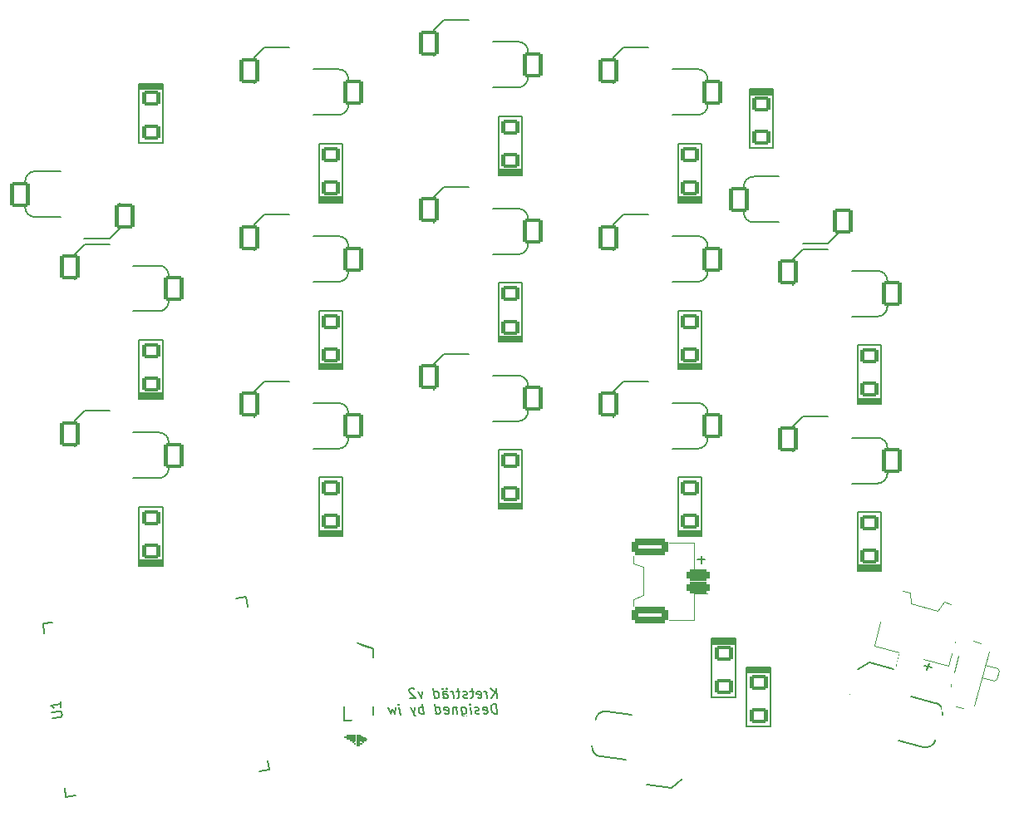
<source format=gbo>
G04 #@! TF.GenerationSoftware,KiCad,Pcbnew,8.0.0*
G04 #@! TF.CreationDate,2024-03-03T16:28:34+08:00*
G04 #@! TF.ProjectId,Kretstr_d_v2,4b726574-7374-472e-9464-5f76322e6b69,rev?*
G04 #@! TF.SameCoordinates,Original*
G04 #@! TF.FileFunction,Legend,Bot*
G04 #@! TF.FilePolarity,Positive*
%FSLAX46Y46*%
G04 Gerber Fmt 4.6, Leading zero omitted, Abs format (unit mm)*
G04 Created by KiCad (PCBNEW 8.0.0) date 2024-03-03 16:28:34*
%MOMM*%
%LPD*%
G01*
G04 APERTURE LIST*
G04 Aperture macros list*
%AMRoundRect*
0 Rectangle with rounded corners*
0 $1 Rounding radius*
0 $2 $3 $4 $5 $6 $7 $8 $9 X,Y pos of 4 corners*
0 Add a 4 corners polygon primitive as box body*
4,1,4,$2,$3,$4,$5,$6,$7,$8,$9,$2,$3,0*
0 Add four circle primitives for the rounded corners*
1,1,$1+$1,$2,$3*
1,1,$1+$1,$4,$5*
1,1,$1+$1,$6,$7*
1,1,$1+$1,$8,$9*
0 Add four rect primitives between the rounded corners*
20,1,$1+$1,$2,$3,$4,$5,0*
20,1,$1+$1,$4,$5,$6,$7,0*
20,1,$1+$1,$6,$7,$8,$9,0*
20,1,$1+$1,$8,$9,$2,$3,0*%
%AMFreePoly0*
4,1,26,0.706406,1.169345,0.769345,1.106406,0.798742,1.022393,0.800000,1.000000,0.800000,-0.250000,0.780194,-0.336777,0.724699,-0.406366,0.644505,-0.444986,0.600000,-0.450000,-0.600000,-0.450000,-0.686777,-0.430194,-0.756366,-0.374698,-0.794986,-0.294504,-0.800000,-0.250000,-0.800000,1.000000,-0.780194,1.086777,-0.724698,1.156366,-0.644504,1.194986,-0.555496,1.194986,-0.475302,1.156366,
-0.458579,1.141421,0.000000,0.682842,0.458579,1.141421,0.533944,1.188778,0.622393,1.198742,0.706406,1.169345,0.706406,1.169345,$1*%
%AMFreePoly1*
4,1,22,0.686777,0.580194,0.756366,0.524698,0.794986,0.444504,0.800000,0.400000,0.800000,0.200000,0.780194,0.113223,0.741421,0.058579,0.141421,-0.541421,0.066056,-0.588777,-0.022393,-0.598742,-0.106406,-0.569345,-0.141421,-0.541421,-0.741421,0.058579,-0.788777,0.133944,-0.800000,0.200000,-0.800000,0.400000,-0.780193,0.486777,-0.724698,0.556366,-0.644504,0.594986,-0.600000,0.600000,
0.600000,0.600000,0.686777,0.580194,0.686777,0.580194,$1*%
%AMFreePoly2*
4,1,292,0.206777,1.229994,0.276366,1.174498,0.314986,1.094304,0.320000,1.049800,0.320000,0.008200,0.319495,0.005987,0.319495,-1.866709,0.319486,-1.942235,0.319486,-1.942460,0.318928,-2.390763,0.318926,-2.391335,0.317383,-2.767014,0.317377,-2.767939,0.314675,-3.077389,0.314657,-3.078876,0.310622,-3.328489,0.310568,-3.330901,0.305029,-3.527071,0.304875,-3.531095,0.297657,-3.680215,
0.297195,-3.687212,0.288125,-3.795676,0.286622,-3.808584,0.275528,-3.882784,0.269972,-3.908365,0.256680,-3.954695,0.246330,-3.982691,0.240139,-3.996234,0.229057,-4.017117,0.167561,-4.118087,0.157692,-4.132784,0.062026,-4.262462,0.054482,-4.272060,-0.057455,-4.405866,-0.061018,-4.410009,-0.070960,-4.421254,-0.171727,-4.547475,-0.239381,-4.651468,-0.261422,-4.702806,-0.268448,-4.790209,
-0.275185,-4.947662,-0.279770,-5.144579,-0.281450,-5.361536,-0.281447,-5.385011,-0.280528,-5.604860,-0.277007,-5.754079,-0.270393,-5.838887,-0.268290,-5.848462,-0.224488,-5.894056,-0.171049,-5.977321,-0.142171,-6.051967,-0.122143,-6.170287,-0.120852,-6.228231,-0.135594,-6.347346,-0.162124,-6.424914,-0.212996,-6.510565,-0.274338,-6.575059,-0.308050,-6.593056,-0.393200,-6.628524,-0.459529,-6.643620,
-0.582275,-6.650118,-0.631318,-6.646663,-0.750780,-6.623247,-0.819367,-6.595916,-0.898997,-6.545453,-0.952252,-6.496101,-0.953444,-6.494503,-0.980620,-6.444550,-1.025271,-6.324319,-1.037078,-6.237909,-1.034553,-6.207928,-1.095319,-6.245365,-1.119612,-6.251953,-1.263243,-6.281341,-1.334401,-6.282972,-1.441733,-6.266095,-1.524379,-6.233050,-1.535526,-6.224760,-1.625648,-6.152737,-1.674999,-6.094737,
-1.708800,-6.034795,-1.731134,-5.973572,-1.756230,-5.840310,-1.752826,-5.751366,-1.751357,-5.746183,-1.721747,-5.646814,-1.786435,-5.670245,-1.797570,-5.671308,-1.925994,-5.679949,-2.013905,-5.666013,-2.017213,-5.664651,-2.152853,-5.607383,-2.223422,-5.557256,-2.286363,-5.487634,-2.329864,-5.409980,-2.331418,-5.403739,-1.483158,-5.403739,-1.355185,-5.371470,-1.321520,-5.365981,-1.296753,-5.364088,
-1.271925,-5.355039,-1.217781,-5.314195,-1.113600,-5.210504,-0.992406,-5.073003,-0.922095,-4.967193,-0.891918,-4.883182,-0.881171,-4.765871,-0.875626,-4.680694,-0.868608,-4.639640,-0.821297,-4.471082,-0.802138,-4.425469,-0.700510,-4.248647,-0.682044,-4.221835,-0.562810,-4.075770,-0.603069,-4.078811,-0.691091,-4.065597,-0.695126,-4.063965,-0.829973,-4.007718,-0.882942,-3.970058,-0.884544,-4.105830,
-0.885000,-4.117175,-0.898888,-4.319380,-0.902711,-4.346893,-0.935986,-4.504891,-0.949035,-4.545136,-1.009063,-4.679733,-1.028893,-4.714405,-1.123042,-4.846409,-1.137428,-4.864308,-1.273065,-5.014526,-1.276513,-5.018249,-1.287869,-5.030202,-1.395729,-5.154077,-1.436036,-5.218316,-1.445698,-5.259360,-1.451178,-5.311568,-1.471682,-5.381092,-1.483158,-5.403739,-2.331418,-5.403739,-2.333940,-5.393612,
-2.360039,-5.266091,-2.360039,-5.185886,-2.330712,-5.042597,-2.293908,-4.961554,-2.277054,-4.942143,-2.201588,-4.865752,-2.261402,-4.879975,-2.348652,-4.881156,-2.489497,-4.851669,-2.570374,-4.814501,-2.590504,-4.796763,-2.603049,-4.784116,-2.016632,-4.784116,-1.947691,-4.769658,-1.921784,-4.765974,-1.897996,-4.764167,-1.873068,-4.755114,-1.818842,-4.714263,-1.712135,-4.608103,-1.710532,-4.606403,
-1.610735,-4.492471,-1.536348,-4.394539,-1.509620,-4.348678,-1.496774,-4.253933,-1.486629,-4.104764,-1.484943,-4.030087,-1.521728,-4.066661,-1.663872,-4.210425,-1.771561,-4.327147,-1.827485,-4.398952,-1.841739,-4.426218,-1.846868,-4.455718,-1.849044,-4.466476,-1.880833,-4.604089,-1.919662,-4.684181,-1.933210,-4.699418,-2.016632,-4.784116,-2.603049,-4.784116,-2.677271,-4.709294,-2.724322,-4.633739,
-2.731172,-4.608776,-2.760623,-4.465732,-2.760769,-4.385781,-2.732270,-4.244767,-2.695666,-4.163633,-2.680108,-4.145462,-2.594432,-4.056733,-2.519907,-4.008065,-2.492843,-4.000178,-2.352971,-3.969921,-2.326052,-3.966765,-2.302641,-3.962426,-2.276550,-3.949146,-2.210815,-3.898611,-2.101881,-3.798678,-1.944546,-3.643569,-1.907849,-3.606777,-1.998584,-3.608265,-2.086361,-3.615506,-2.113472,-3.640814,
-2.190420,-3.685551,-2.195993,-3.687200,-2.285285,-3.712217,-2.328694,-3.719355,-2.443408,-3.725413,-2.478949,-3.724123,-2.588384,-3.710339,-2.648428,-3.692928,-2.721883,-3.658421,-2.792004,-3.603597,-2.794591,-3.600348,-2.808469,-3.582542,-2.842246,-3.517205,-2.871896,-3.418636,-2.880342,-3.357508,-2.878149,-3.232815,-2.869435,-3.177839,-2.834704,-3.064278,-2.812088,-3.015249,-2.804020,-3.002595,
-2.744226,-2.942329,-2.663376,-2.889881,-2.579901,-2.859285,-2.464107,-2.844477,-2.401736,-2.846314,-2.281469,-2.868955,-2.211215,-2.896693,-2.116941,-2.956591,-2.095419,-2.974395,-2.075454,-2.989291,-2.056638,-2.994994,-2.046805,-2.995889,-2.070491,-2.960773,-2.070904,-2.959695,-2.108494,-2.860796,-2.121279,-2.800020,-2.127521,-2.678750,-2.122913,-2.624593,-2.097809,-2.512950,-2.059448,-2.432632,
-2.058380,-2.431296,-2.001929,-2.361278,-1.932045,-2.306154,-1.911531,-2.297769,-1.812031,-2.263398,-1.738834,-2.252593,-1.594647,-2.258290,-1.508720,-2.281507,-1.504448,-2.283843,-1.384933,-2.351109,-1.358738,-2.368710,-1.337152,-2.385832,-1.317487,-2.393167,-1.240752,-2.402224,-1.085472,-2.405350,-1.078233,-2.405170,-1.107077,-2.378573,-1.139850,-2.295818,-1.141775,-2.278081,-1.154236,-2.081951,
-1.154606,-2.072859,-1.156502,-1.967207,-1.150610,-1.915302,-1.126324,-1.817749,-1.086141,-1.738328,-1.046755,-1.702089,-0.979056,-1.654814,-0.896569,-1.621370,-0.885058,-1.619844,-0.761116,-1.607067,-0.757791,-1.606753,-0.746558,-1.605784,-0.717431,-1.594755,-0.653273,-1.547006,-0.535915,-1.433820,-0.518656,-1.415993,-0.412858,-1.301079,-0.333107,-1.206106,-0.309939,-1.172922,-0.306469,-1.159605,
-0.293711,-1.047354,-0.284312,-0.875422,-0.280824,-0.666619,-0.282712,0.034061,-0.280000,0.046092,-0.280000,1.049800,-0.260194,1.136577,-0.204698,1.206166,-0.124504,1.244786,-0.080000,1.249800,0.120000,1.249800,0.206777,1.229994,0.206777,1.229994,$1*%
%AMFreePoly3*
4,1,332,0.216903,1.226394,0.286492,1.170898,0.325112,1.090704,0.330126,1.046200,0.330126,0.053880,0.332333,0.034041,0.330446,-0.641485,0.333256,-0.817119,0.341852,-0.991008,0.354077,-1.119624,0.362643,-1.162576,0.397195,-1.217294,0.480043,-1.321262,0.585725,-1.436349,0.661974,-1.511306,0.745305,-1.581782,0.780351,-1.600628,0.816226,-1.606236,0.855709,-1.608367,0.916305,-1.621245,
1.018029,-1.660105,1.092024,-1.709574,1.121528,-1.749879,1.172534,-1.841779,1.197328,-1.927265,1.197479,-1.930252,1.204078,-2.083860,1.203745,-2.106820,1.191281,-2.279776,1.165288,-2.364904,1.129225,-2.403994,1.173666,-2.405391,1.223573,-2.405255,1.373671,-2.401394,1.448171,-2.392642,1.465323,-2.386622,1.490349,-2.367250,1.499144,-2.360816,1.558427,-2.319886,1.616268,-2.292409,
1.736039,-2.257617,1.795103,-2.249705,1.918049,-2.251717,1.998400,-2.270011,2.089018,-2.311721,2.159564,-2.365996,2.168233,-2.377282,2.179017,-2.392405,2.207229,-2.449366,2.233861,-2.535376,2.241991,-2.576456,2.252651,-2.693916,2.253382,-2.717931,2.251655,-2.776071,2.247065,-2.813135,2.225093,-2.912935,2.195461,-2.975695,2.212494,-2.958198,2.289490,-2.904783,2.362073,-2.873447,
2.477989,-2.848910,2.531369,-2.844932,2.650838,-2.852090,2.724742,-2.871102,2.812396,-2.912770,2.882265,-2.967914,2.907895,-3.009099,2.941835,-3.082118,2.959271,-3.144555,2.971968,-3.260006,2.972232,-3.301190,2.960919,-3.417757,2.944419,-3.480107,2.909095,-3.559070,2.855580,-3.630194,2.824642,-3.651681,2.776780,-3.678625,2.716103,-3.700809,2.613675,-3.720326,2.575255,-3.723859,
2.458923,-3.723286,2.420925,-3.719452,2.321391,-3.699672,2.242209,-3.664868,2.226678,-3.653495,2.249568,-3.708190,2.262483,-3.753325,2.275714,-3.834758,2.276340,-3.894786,2.255370,-4.043353,2.251016,-4.059843,2.261336,-4.057503,2.405029,-4.053550,2.423479,-4.053894,2.607272,-4.065820,2.692585,-4.091203,2.758435,-4.151089,2.791780,-4.233615,2.793805,-4.251024,2.806269,-4.423981,
2.806736,-4.433904,2.808688,-4.521554,2.803411,-4.571859,2.775606,-4.689911,2.736433,-4.769835,2.707599,-4.798835,2.630832,-4.861660,2.551134,-4.901291,2.531391,-4.905022,2.396634,-4.923538,2.367519,-4.925391,2.352493,-4.925249,2.321484,-4.922534,2.294546,-4.918041,2.345556,-4.977430,2.387072,-5.056163,2.391784,-5.079151,2.411668,-5.216808,2.413676,-5.249681,2.412978,-5.282286,
2.408266,-5.321372,2.380906,-5.444549,2.342754,-5.524966,2.315925,-5.552945,2.240017,-5.618098,2.161269,-5.659587,2.137440,-5.664410,2.001028,-5.683476,1.971455,-5.685392,1.956951,-5.685255,1.923948,-5.682197,1.791737,-5.658772,1.709746,-5.624130,1.687090,-5.605118,1.615161,-5.535067,1.566814,-5.460335,1.557616,-5.425814,1.535881,-5.299923,1.533998,-5.280958,1.533090,-5.277310,
1.533100,-5.278989,1.537975,-5.407923,1.546049,-5.464506,1.546949,-5.466699,1.560605,-5.481756,1.576426,-5.501596,1.634693,-5.585018,1.668145,-5.667501,1.668563,-5.670193,1.688071,-5.801698,1.682547,-5.885969,1.643425,-6.022953,1.600550,-6.100955,1.596826,-6.105026,1.561415,-6.142690,1.487545,-6.192345,1.486564,-6.192720,1.387509,-6.230250,1.326898,-6.242961,1.205437,-6.249194,
1.151442,-6.244614,1.082920,-6.229254,1.081676,-6.301771,1.060958,-6.387044,1.004589,-6.500955,0.948350,-6.569945,0.933901,-6.580220,0.857650,-6.629504,0.787543,-6.657803,0.665751,-6.681668,0.584915,-6.680859,0.473708,-6.656748,0.415993,-6.629724,0.400586,-6.658754,0.394933,-6.665026,0.359522,-6.702690,0.285652,-6.752345,0.284671,-6.752720,0.185616,-6.790250,0.125005,-6.802961,
0.003544,-6.809194,-0.050452,-6.804614,-0.162271,-6.779549,-0.242614,-6.741242,-0.243814,-6.740285,-0.268198,-6.720687,-0.315294,-6.752345,-0.316275,-6.752720,-0.415330,-6.790250,-0.475941,-6.802961,-0.597402,-6.809194,-0.651397,-6.804614,-0.763217,-6.779549,-0.843561,-6.741242,-0.844763,-6.740284,-0.914891,-6.683922,-0.970122,-6.614122,-0.978575,-6.593515,-1.013000,-6.494172,-1.023868,-6.420766,
-1.018162,-6.276806,-0.994935,-6.190882,-0.992477,-6.186396,-0.925104,-6.067069,-0.903724,-6.036331,-0.891370,-6.021707,-0.890072,-6.018941,-0.882527,-5.981614,-0.875398,-5.887738,-0.871719,-5.731182,-0.870818,-5.503325,-0.870817,-5.503105,-0.869927,-5.326988,-0.869827,-5.321581,-0.862543,-5.094702,-0.861499,-5.079727,-0.853873,-5.008841,-0.260880,-5.008841,-0.250757,-5.118082,-0.182664,-5.265028,
-0.032771,-5.461496,0.009168,-5.510153,0.014500,-5.516608,0.119025,-5.648672,0.127203,-5.659770,0.205250,-5.773710,0.219630,-5.798292,0.256978,-5.874043,0.259707,-5.879806,0.280044,-5.924601,0.283266,-5.919104,0.302558,-5.891727,0.305210,-5.888563,0.317208,-5.858522,0.310754,-5.815815,0.250423,-5.704381,0.110971,-5.530276,0.036442,-5.444592,0.027944,-5.434129,-0.099383,-5.266107,
-0.111658,-5.246753,0.652054,-5.246753,0.732842,-5.349046,0.752387,-5.378939,0.849802,-5.561723,0.882643,-5.509562,0.905761,-5.479570,0.917107,-5.467427,0.924826,-5.420679,0.930495,-5.304719,0.931637,-5.162069,0.886595,-5.192346,0.885617,-5.192720,0.786563,-5.230250,0.725952,-5.242961,0.652054,-5.246753,-0.111658,-5.246753,-0.117198,-5.238019,-0.195936,-5.087503,-0.212368,-5.044802,
-0.239091,-4.941314,-0.260880,-5.008841,-0.853873,-5.008841,-0.842699,-4.904973,-0.837775,-4.877464,-0.810044,-4.767492,1.929028,-4.767492,1.940400,-4.777363,1.980579,-4.800138,2.016790,-4.806377,2.048565,-4.809884,2.049055,-4.809987,2.034161,-4.797214,2.013963,-4.774565,2.013402,-4.774389,1.934562,-4.767567,1.929028,-4.767492,-0.810044,-4.767492,-0.802541,-4.737737,-0.789993,-4.702371,
-0.733407,-4.580574,-0.717030,-4.551821,-0.634173,-4.430855,-0.622986,-4.416047,-0.508940,-4.278815,-0.506152,-4.275532,-0.504541,-4.273676,-0.406101,-4.155775,-0.327937,-4.054618,-0.302887,-4.017163,-0.302099,-4.013563,-0.294032,-3.925579,-0.286464,-3.770786,-0.280305,-3.552503,-0.275623,-3.268476,-0.272373,-2.915349,-0.271993,-2.829728,0.332029,-2.829728,0.339270,-2.984437,0.352076,-3.112266,
0.360925,-3.154360,0.378419,-3.181798,0.458433,-3.279847,0.578494,-3.414759,0.722334,-3.568542,0.876663,-3.727341,1.028514,-3.877808,1.164669,-4.006494,1.268831,-4.097556,1.310593,-4.127530,1.364956,-4.143570,1.451145,-4.154832,1.444522,-4.147382,1.401669,-4.069368,1.396370,-4.045227,1.377901,-3.926443,1.353356,-3.888438,1.272875,-3.790852,1.139773,-3.645237,0.953129,-3.451557,
0.710038,-3.206705,0.332029,-2.829728,-0.271993,-2.829728,-0.270485,-2.489954,-0.269874,-1.987786,-0.269874,1.046200,-0.250068,1.132977,-0.194572,1.202566,-0.114378,1.241186,-0.069874,1.246200,0.130126,1.246200,0.216903,1.226394,0.216903,1.226394,$1*%
G04 Aperture macros list end*
%ADD10C,0.150000*%
%ADD11C,0.200000*%
%ADD12C,0.120000*%
%ADD13C,0.178000*%
%ADD14C,0.000000*%
%ADD15C,0.100000*%
%ADD16FreePoly0,7.500000*%
%ADD17FreePoly0,187.500000*%
%ADD18C,2.500000*%
%ADD19FreePoly1,7.500000*%
%ADD20FreePoly1,187.500000*%
%ADD21RoundRect,0.200000X0.700000X-0.600000X0.700000X0.600000X-0.700000X0.600000X-0.700000X-0.600000X0*%
%ADD22C,2.200000*%
%ADD23C,3.400000*%
%ADD24C,3.800000*%
%ADD25RoundRect,0.200000X-0.800000X-1.100000X0.800000X-1.100000X0.800000X1.100000X-0.800000X1.100000X0*%
%ADD26C,3.600000*%
%ADD27C,0.700000*%
%ADD28C,1.300000*%
%ADD29RoundRect,0.200000X-0.700000X0.600000X-0.700000X-0.600000X0.700000X-0.600000X0.700000X0.600000X0*%
%ADD30RoundRect,0.200000X-1.057442X-0.855463X0.488040X-1.269574X1.057442X0.855463X-0.488040X1.269574X0*%
%ADD31RoundRect,0.200000X0.800000X1.100000X-0.800000X1.100000X-0.800000X-1.100000X0.800000X-1.100000X0*%
%ADD32C,4.200000*%
%ADD33RoundRect,0.200000X0.936735X0.986168X-0.649577X1.195010X-0.936735X-0.986168X0.649577X-1.195010X0*%
%ADD34RoundRect,0.300000X0.850000X-0.300000X0.850000X0.300000X-0.850000X0.300000X-0.850000X-0.300000X0*%
%ADD35RoundRect,0.326923X1.548077X-0.523077X1.548077X0.523077X-1.548077X0.523077X-1.548077X-0.523077X0*%
%ADD36RoundRect,0.300000X-0.509774X-0.743391X0.069782X-0.898683X0.509774X0.743391X-0.069782X0.898683X0*%
%ADD37RoundRect,0.326923X-0.905925X-1.359945X0.104582X-1.630710X0.905925X1.359945X-0.104582X1.630710X0*%
%ADD38FreePoly2,180.000000*%
%ADD39RoundRect,0.229000X-0.606000X-0.057250X0.606000X-0.057250X0.606000X0.057250X-0.606000X0.057250X0*%
%ADD40RoundRect,0.229000X-1.171000X-0.057250X1.171000X-0.057250X1.171000X0.057250X-1.171000X0.057250X0*%
%ADD41RoundRect,0.229000X-0.208500X-0.057250X0.208500X-0.057250X0.208500X0.057250X-0.208500X0.057250X0*%
%ADD42FreePoly3,180.000000*%
%ADD43RoundRect,0.200000X-0.256961X0.586491X-0.515780X-0.379435X0.256961X-0.586491X0.515780X0.379435X0*%
%ADD44RoundRect,0.200000X-0.633858X0.532188X-0.815031X-0.143960X0.633858X-0.532188X0.815031X0.143960X0*%
G04 APERTURE END LIST*
D10*
X130225173Y-119233047D02*
X130100173Y-118233047D01*
X129653744Y-119233047D02*
X130010887Y-118661618D01*
X129528744Y-118233047D02*
X130171601Y-118804475D01*
X129225173Y-119233047D02*
X129141839Y-118566380D01*
X129165649Y-118756856D02*
X129106125Y-118661618D01*
X129106125Y-118661618D02*
X129052554Y-118613999D01*
X129052554Y-118613999D02*
X128951363Y-118566380D01*
X128951363Y-118566380D02*
X128856125Y-118566380D01*
X128219220Y-119185428D02*
X128320410Y-119233047D01*
X128320410Y-119233047D02*
X128510887Y-119233047D01*
X128510887Y-119233047D02*
X128600172Y-119185428D01*
X128600172Y-119185428D02*
X128635887Y-119090189D01*
X128635887Y-119090189D02*
X128588268Y-118709237D01*
X128588268Y-118709237D02*
X128528744Y-118613999D01*
X128528744Y-118613999D02*
X128427553Y-118566380D01*
X128427553Y-118566380D02*
X128237077Y-118566380D01*
X128237077Y-118566380D02*
X128147791Y-118613999D01*
X128147791Y-118613999D02*
X128112077Y-118709237D01*
X128112077Y-118709237D02*
X128123982Y-118804475D01*
X128123982Y-118804475D02*
X128612077Y-118899713D01*
X127808505Y-118566380D02*
X127427553Y-118566380D01*
X127623982Y-118233047D02*
X127731125Y-119090189D01*
X127731125Y-119090189D02*
X127695410Y-119185428D01*
X127695410Y-119185428D02*
X127606125Y-119233047D01*
X127606125Y-119233047D02*
X127510886Y-119233047D01*
X127219219Y-119185428D02*
X127129934Y-119233047D01*
X127129934Y-119233047D02*
X126939457Y-119233047D01*
X126939457Y-119233047D02*
X126838267Y-119185428D01*
X126838267Y-119185428D02*
X126778743Y-119090189D01*
X126778743Y-119090189D02*
X126772791Y-119042570D01*
X126772791Y-119042570D02*
X126808505Y-118947332D01*
X126808505Y-118947332D02*
X126897791Y-118899713D01*
X126897791Y-118899713D02*
X127040648Y-118899713D01*
X127040648Y-118899713D02*
X127129934Y-118852094D01*
X127129934Y-118852094D02*
X127165648Y-118756856D01*
X127165648Y-118756856D02*
X127159696Y-118709237D01*
X127159696Y-118709237D02*
X127100172Y-118613999D01*
X127100172Y-118613999D02*
X126998981Y-118566380D01*
X126998981Y-118566380D02*
X126856124Y-118566380D01*
X126856124Y-118566380D02*
X126766838Y-118613999D01*
X126427552Y-118566380D02*
X126046600Y-118566380D01*
X126243029Y-118233047D02*
X126350172Y-119090189D01*
X126350172Y-119090189D02*
X126314457Y-119185428D01*
X126314457Y-119185428D02*
X126225172Y-119233047D01*
X126225172Y-119233047D02*
X126129933Y-119233047D01*
X125796600Y-119233047D02*
X125713266Y-118566380D01*
X125737076Y-118756856D02*
X125677552Y-118661618D01*
X125677552Y-118661618D02*
X125623981Y-118613999D01*
X125623981Y-118613999D02*
X125522790Y-118566380D01*
X125522790Y-118566380D02*
X125427552Y-118566380D01*
X124748980Y-119233047D02*
X124683504Y-118709237D01*
X124683504Y-118709237D02*
X124719218Y-118613999D01*
X124719218Y-118613999D02*
X124808504Y-118566380D01*
X124808504Y-118566380D02*
X124998980Y-118566380D01*
X124998980Y-118566380D02*
X125100171Y-118613999D01*
X124743028Y-119185428D02*
X124844218Y-119233047D01*
X124844218Y-119233047D02*
X125082314Y-119233047D01*
X125082314Y-119233047D02*
X125171599Y-119185428D01*
X125171599Y-119185428D02*
X125207314Y-119090189D01*
X125207314Y-119090189D02*
X125195409Y-118994951D01*
X125195409Y-118994951D02*
X125135885Y-118899713D01*
X125135885Y-118899713D02*
X125034695Y-118852094D01*
X125034695Y-118852094D02*
X124796599Y-118852094D01*
X124796599Y-118852094D02*
X124695409Y-118804475D01*
X125052552Y-118233047D02*
X125010885Y-118280666D01*
X125010885Y-118280666D02*
X125064456Y-118328285D01*
X125064456Y-118328285D02*
X125106123Y-118280666D01*
X125106123Y-118280666D02*
X125052552Y-118233047D01*
X125052552Y-118233047D02*
X125064456Y-118328285D01*
X124671599Y-118233047D02*
X124629933Y-118280666D01*
X124629933Y-118280666D02*
X124683504Y-118328285D01*
X124683504Y-118328285D02*
X124725171Y-118280666D01*
X124725171Y-118280666D02*
X124671599Y-118233047D01*
X124671599Y-118233047D02*
X124683504Y-118328285D01*
X123844218Y-119233047D02*
X123719218Y-118233047D01*
X123838266Y-119185428D02*
X123939456Y-119233047D01*
X123939456Y-119233047D02*
X124129933Y-119233047D01*
X124129933Y-119233047D02*
X124219218Y-119185428D01*
X124219218Y-119185428D02*
X124260885Y-119137808D01*
X124260885Y-119137808D02*
X124296599Y-119042570D01*
X124296599Y-119042570D02*
X124260885Y-118756856D01*
X124260885Y-118756856D02*
X124201361Y-118661618D01*
X124201361Y-118661618D02*
X124147790Y-118613999D01*
X124147790Y-118613999D02*
X124046599Y-118566380D01*
X124046599Y-118566380D02*
X123856123Y-118566380D01*
X123856123Y-118566380D02*
X123766837Y-118613999D01*
X122618027Y-118566380D02*
X122463266Y-119233047D01*
X122463266Y-119233047D02*
X122141837Y-118566380D01*
X121778741Y-118328285D02*
X121725170Y-118280666D01*
X121725170Y-118280666D02*
X121623980Y-118233047D01*
X121623980Y-118233047D02*
X121385884Y-118233047D01*
X121385884Y-118233047D02*
X121296599Y-118280666D01*
X121296599Y-118280666D02*
X121254932Y-118328285D01*
X121254932Y-118328285D02*
X121219218Y-118423523D01*
X121219218Y-118423523D02*
X121231122Y-118518761D01*
X121231122Y-118518761D02*
X121296599Y-118661618D01*
X121296599Y-118661618D02*
X121939456Y-119233047D01*
X121939456Y-119233047D02*
X121320408Y-119233047D01*
X130225173Y-120842991D02*
X130100173Y-119842991D01*
X130100173Y-119842991D02*
X129862077Y-119842991D01*
X129862077Y-119842991D02*
X129725173Y-119890610D01*
X129725173Y-119890610D02*
X129641839Y-119985848D01*
X129641839Y-119985848D02*
X129606125Y-120081086D01*
X129606125Y-120081086D02*
X129582316Y-120271562D01*
X129582316Y-120271562D02*
X129600173Y-120414419D01*
X129600173Y-120414419D02*
X129671601Y-120604895D01*
X129671601Y-120604895D02*
X129731125Y-120700133D01*
X129731125Y-120700133D02*
X129838268Y-120795372D01*
X129838268Y-120795372D02*
X129987077Y-120842991D01*
X129987077Y-120842991D02*
X130225173Y-120842991D01*
X128838268Y-120795372D02*
X128939458Y-120842991D01*
X128939458Y-120842991D02*
X129129935Y-120842991D01*
X129129935Y-120842991D02*
X129219220Y-120795372D01*
X129219220Y-120795372D02*
X129254935Y-120700133D01*
X129254935Y-120700133D02*
X129207316Y-120319181D01*
X129207316Y-120319181D02*
X129147792Y-120223943D01*
X129147792Y-120223943D02*
X129046601Y-120176324D01*
X129046601Y-120176324D02*
X128856125Y-120176324D01*
X128856125Y-120176324D02*
X128766839Y-120223943D01*
X128766839Y-120223943D02*
X128731125Y-120319181D01*
X128731125Y-120319181D02*
X128743030Y-120414419D01*
X128743030Y-120414419D02*
X129231125Y-120509657D01*
X128409696Y-120795372D02*
X128320411Y-120842991D01*
X128320411Y-120842991D02*
X128129934Y-120842991D01*
X128129934Y-120842991D02*
X128028744Y-120795372D01*
X128028744Y-120795372D02*
X127969220Y-120700133D01*
X127969220Y-120700133D02*
X127963268Y-120652514D01*
X127963268Y-120652514D02*
X127998982Y-120557276D01*
X127998982Y-120557276D02*
X128088268Y-120509657D01*
X128088268Y-120509657D02*
X128231125Y-120509657D01*
X128231125Y-120509657D02*
X128320411Y-120462038D01*
X128320411Y-120462038D02*
X128356125Y-120366800D01*
X128356125Y-120366800D02*
X128350173Y-120319181D01*
X128350173Y-120319181D02*
X128290649Y-120223943D01*
X128290649Y-120223943D02*
X128189458Y-120176324D01*
X128189458Y-120176324D02*
X128046601Y-120176324D01*
X128046601Y-120176324D02*
X127957315Y-120223943D01*
X127558506Y-120842991D02*
X127475172Y-120176324D01*
X127433506Y-119842991D02*
X127487077Y-119890610D01*
X127487077Y-119890610D02*
X127445410Y-119938229D01*
X127445410Y-119938229D02*
X127391839Y-119890610D01*
X127391839Y-119890610D02*
X127433506Y-119842991D01*
X127433506Y-119842991D02*
X127445410Y-119938229D01*
X126570411Y-120176324D02*
X126671601Y-120985848D01*
X126671601Y-120985848D02*
X126731125Y-121081086D01*
X126731125Y-121081086D02*
X126784697Y-121128705D01*
X126784697Y-121128705D02*
X126885887Y-121176324D01*
X126885887Y-121176324D02*
X127028744Y-121176324D01*
X127028744Y-121176324D02*
X127118030Y-121128705D01*
X126647792Y-120795372D02*
X126748982Y-120842991D01*
X126748982Y-120842991D02*
X126939459Y-120842991D01*
X126939459Y-120842991D02*
X127028744Y-120795372D01*
X127028744Y-120795372D02*
X127070411Y-120747752D01*
X127070411Y-120747752D02*
X127106125Y-120652514D01*
X127106125Y-120652514D02*
X127070411Y-120366800D01*
X127070411Y-120366800D02*
X127010887Y-120271562D01*
X127010887Y-120271562D02*
X126957316Y-120223943D01*
X126957316Y-120223943D02*
X126856125Y-120176324D01*
X126856125Y-120176324D02*
X126665649Y-120176324D01*
X126665649Y-120176324D02*
X126576363Y-120223943D01*
X126094220Y-120176324D02*
X126177554Y-120842991D01*
X126106125Y-120271562D02*
X126052554Y-120223943D01*
X126052554Y-120223943D02*
X125951363Y-120176324D01*
X125951363Y-120176324D02*
X125808506Y-120176324D01*
X125808506Y-120176324D02*
X125719220Y-120223943D01*
X125719220Y-120223943D02*
X125683506Y-120319181D01*
X125683506Y-120319181D02*
X125748982Y-120842991D01*
X124885887Y-120795372D02*
X124987077Y-120842991D01*
X124987077Y-120842991D02*
X125177554Y-120842991D01*
X125177554Y-120842991D02*
X125266839Y-120795372D01*
X125266839Y-120795372D02*
X125302554Y-120700133D01*
X125302554Y-120700133D02*
X125254935Y-120319181D01*
X125254935Y-120319181D02*
X125195411Y-120223943D01*
X125195411Y-120223943D02*
X125094220Y-120176324D01*
X125094220Y-120176324D02*
X124903744Y-120176324D01*
X124903744Y-120176324D02*
X124814458Y-120223943D01*
X124814458Y-120223943D02*
X124778744Y-120319181D01*
X124778744Y-120319181D02*
X124790649Y-120414419D01*
X124790649Y-120414419D02*
X125278744Y-120509657D01*
X123987077Y-120842991D02*
X123862077Y-119842991D01*
X123981125Y-120795372D02*
X124082315Y-120842991D01*
X124082315Y-120842991D02*
X124272792Y-120842991D01*
X124272792Y-120842991D02*
X124362077Y-120795372D01*
X124362077Y-120795372D02*
X124403744Y-120747752D01*
X124403744Y-120747752D02*
X124439458Y-120652514D01*
X124439458Y-120652514D02*
X124403744Y-120366800D01*
X124403744Y-120366800D02*
X124344220Y-120271562D01*
X124344220Y-120271562D02*
X124290649Y-120223943D01*
X124290649Y-120223943D02*
X124189458Y-120176324D01*
X124189458Y-120176324D02*
X123998982Y-120176324D01*
X123998982Y-120176324D02*
X123909696Y-120223943D01*
X122748982Y-120842991D02*
X122623982Y-119842991D01*
X122671601Y-120223943D02*
X122570410Y-120176324D01*
X122570410Y-120176324D02*
X122379934Y-120176324D01*
X122379934Y-120176324D02*
X122290648Y-120223943D01*
X122290648Y-120223943D02*
X122248982Y-120271562D01*
X122248982Y-120271562D02*
X122213267Y-120366800D01*
X122213267Y-120366800D02*
X122248982Y-120652514D01*
X122248982Y-120652514D02*
X122308505Y-120747752D01*
X122308505Y-120747752D02*
X122362077Y-120795372D01*
X122362077Y-120795372D02*
X122463267Y-120842991D01*
X122463267Y-120842991D02*
X122653744Y-120842991D01*
X122653744Y-120842991D02*
X122743029Y-120795372D01*
X121856124Y-120176324D02*
X121701363Y-120842991D01*
X121379934Y-120176324D02*
X121701363Y-120842991D01*
X121701363Y-120842991D02*
X121826363Y-121081086D01*
X121826363Y-121081086D02*
X121879934Y-121128705D01*
X121879934Y-121128705D02*
X121981124Y-121176324D01*
X120237076Y-120176324D02*
X120344219Y-121033467D01*
X120344219Y-121033467D02*
X120403743Y-121128705D01*
X120403743Y-121128705D02*
X120504933Y-121176324D01*
X120504933Y-121176324D02*
X120552553Y-121176324D01*
X120195410Y-119842991D02*
X120248981Y-119890610D01*
X120248981Y-119890610D02*
X120207314Y-119938229D01*
X120207314Y-119938229D02*
X120153743Y-119890610D01*
X120153743Y-119890610D02*
X120195410Y-119842991D01*
X120195410Y-119842991D02*
X120207314Y-119938229D01*
X119856124Y-120176324D02*
X119748982Y-120842991D01*
X119748982Y-120842991D02*
X119498982Y-120366800D01*
X119498982Y-120366800D02*
X119368029Y-120842991D01*
X119368029Y-120842991D02*
X119094220Y-120176324D01*
X174012252Y-116412989D02*
X174209447Y-115677045D01*
X174478821Y-116143615D02*
X173742878Y-115946419D01*
X151383951Y-105146133D02*
X150622047Y-105146133D01*
X151002999Y-104765180D02*
X151002999Y-105527085D01*
X84929788Y-121269526D02*
X85732386Y-121163862D01*
X85732386Y-121163862D02*
X85820594Y-121104220D01*
X85820594Y-121104220D02*
X85861590Y-121050792D01*
X85861590Y-121050792D02*
X85896371Y-120950154D01*
X85896371Y-120950154D02*
X85871509Y-120761307D01*
X85871509Y-120761307D02*
X85811866Y-120673099D01*
X85811866Y-120673099D02*
X85758439Y-120632103D01*
X85758439Y-120632103D02*
X85657800Y-120597322D01*
X85657800Y-120597322D02*
X84855202Y-120702987D01*
X85716120Y-119581016D02*
X85790707Y-120147555D01*
X85753414Y-119864285D02*
X84761969Y-119994812D01*
X84761969Y-119994812D02*
X84916035Y-120070588D01*
X84916035Y-120070588D02*
X85022889Y-120152581D01*
X85022889Y-120152581D02*
X85082532Y-120240788D01*
X104780517Y-109919480D02*
X104649991Y-108928035D01*
X104649991Y-108928035D02*
X103608974Y-109065087D01*
X106841525Y-125574394D02*
X106973359Y-126575754D01*
X106973359Y-126575754D02*
X105981912Y-126706280D01*
X84931937Y-111523967D02*
X83940492Y-111654493D01*
X84071018Y-112645938D02*
X83940492Y-111654493D01*
X87255303Y-129171685D02*
X86263858Y-129302211D01*
X86139859Y-128360339D02*
X86263858Y-129302211D01*
D11*
X169345590Y-83298681D02*
X166945590Y-83298681D01*
X166945590Y-89298681D01*
X169345590Y-89298681D01*
X169345590Y-83298681D01*
X169345590Y-89298681D02*
X166945590Y-89298681D01*
X166945590Y-88740281D01*
X169345590Y-88740281D01*
X169345590Y-89298681D01*
G36*
X169345590Y-89298681D02*
G01*
X166945590Y-89298681D01*
X166945590Y-88740281D01*
X169345590Y-88740281D01*
X169345590Y-89298681D01*
G37*
D10*
X105460390Y-88008681D02*
X105460390Y-90608681D01*
X105460390Y-88008681D02*
X106485390Y-86983681D01*
X109035390Y-86983681D02*
X106485390Y-86983681D01*
X114060390Y-89183681D02*
X111460390Y-89183681D01*
X114060390Y-93833681D02*
X111460390Y-93833681D01*
X115060390Y-90183681D02*
X115060390Y-92833681D01*
X114060390Y-89183681D02*
G75*
G02*
X115060390Y-90183681I0J-1000000D01*
G01*
X115060390Y-92833681D02*
G75*
G02*
X114060390Y-93833681I-1000000J0D01*
G01*
D11*
X132745990Y-76959081D02*
X130345990Y-76959081D01*
X130345990Y-82959081D01*
X132745990Y-82959081D01*
X132745990Y-76959081D01*
X132745990Y-82959081D02*
X130345990Y-82959081D01*
X130345990Y-82400681D01*
X132745990Y-82400681D01*
X132745990Y-82959081D01*
G36*
X132745990Y-82959081D02*
G01*
X130345990Y-82959081D01*
X130345990Y-82400681D01*
X132745990Y-82400681D01*
X132745990Y-82959081D01*
G37*
X96146390Y-82759081D02*
X93746390Y-82759081D01*
X93746390Y-88759081D01*
X96146390Y-88759081D01*
X96146390Y-82759081D01*
X96146390Y-88759081D02*
X93746390Y-88759081D01*
X93746390Y-88200681D01*
X96146390Y-88200681D01*
X96146390Y-88759081D01*
G36*
X96146390Y-88759081D02*
G01*
X93746390Y-88759081D01*
X93746390Y-88200681D01*
X96146390Y-88200681D01*
X96146390Y-88759081D01*
G37*
D10*
X123760190Y-68208681D02*
X123760190Y-70808681D01*
X123760190Y-68208681D02*
X124785190Y-67183681D01*
X127335190Y-67183681D02*
X124785190Y-67183681D01*
X132360190Y-69383681D02*
X129760190Y-69383681D01*
X132360190Y-74033681D02*
X129760190Y-74033681D01*
X133360190Y-70383681D02*
X133360190Y-73033681D01*
X132360190Y-69383681D02*
G75*
G02*
X133360190Y-70383681I0J-1000000D01*
G01*
X133360190Y-73033681D02*
G75*
G02*
X132360190Y-74033681I-1000000J0D01*
G01*
X105460390Y-71008681D02*
X105460390Y-73608681D01*
X105460390Y-71008681D02*
X106485390Y-69983681D01*
X109035390Y-69983681D02*
X106485390Y-69983681D01*
X114060390Y-72183681D02*
X111460390Y-72183681D01*
X114060390Y-76833681D02*
X111460390Y-76833681D01*
X115060390Y-73183681D02*
X115060390Y-75833681D01*
X114060390Y-72183681D02*
G75*
G02*
X115060390Y-73183681I0J-1000000D01*
G01*
X115060390Y-75833681D02*
G75*
G02*
X114060390Y-76833681I-1000000J0D01*
G01*
X123760190Y-85208681D02*
X123760190Y-87808681D01*
X123760190Y-85208681D02*
X124785190Y-84183681D01*
X127335190Y-84183681D02*
X124785190Y-84183681D01*
X132360190Y-86383681D02*
X129760190Y-86383681D01*
X132360190Y-91033681D02*
X129760190Y-91033681D01*
X133360190Y-87383681D02*
X133360190Y-90033681D01*
X132360190Y-86383681D02*
G75*
G02*
X133360190Y-87383681I0J-1000000D01*
G01*
X133360190Y-90033681D02*
G75*
G02*
X132360190Y-91033681I-1000000J0D01*
G01*
D11*
X114446190Y-96759081D02*
X112046190Y-96759081D01*
X112046190Y-102759081D01*
X114446190Y-102759081D01*
X114446190Y-96759081D01*
X114446190Y-102759081D02*
X112046190Y-102759081D01*
X112046190Y-102200681D01*
X114446190Y-102200681D01*
X114446190Y-102759081D01*
G36*
X114446190Y-102759081D02*
G01*
X112046190Y-102759081D01*
X112046190Y-102200681D01*
X114446190Y-102200681D01*
X114446190Y-102759081D01*
G37*
X114446190Y-79759081D02*
X112046190Y-79759081D01*
X112046190Y-85759081D01*
X114446190Y-85759081D01*
X114446190Y-79759081D01*
X114446190Y-85759081D02*
X112046190Y-85759081D01*
X112046190Y-85200681D01*
X114446190Y-85200681D01*
X114446190Y-85759081D01*
G36*
X114446190Y-85759081D02*
G01*
X112046190Y-85759081D01*
X112046190Y-85200681D01*
X114446190Y-85200681D01*
X114446190Y-85759081D01*
G37*
D10*
X105460390Y-54008681D02*
X105460390Y-56608681D01*
X105460390Y-54008681D02*
X106485390Y-52983681D01*
X109035390Y-52983681D02*
X106485390Y-52983681D01*
X114060390Y-55183681D02*
X111460390Y-55183681D01*
X114060390Y-59833681D02*
X111460390Y-59833681D01*
X115060390Y-56183681D02*
X115060390Y-58833681D01*
X114060390Y-55183681D02*
G75*
G02*
X115060390Y-56183681I0J-1000000D01*
G01*
X115060390Y-58833681D02*
G75*
G02*
X114060390Y-59833681I-1000000J0D01*
G01*
D11*
X151045990Y-79759081D02*
X148645990Y-79759081D01*
X148645990Y-85759081D01*
X151045990Y-85759081D01*
X151045990Y-79759081D01*
X151045990Y-85759081D02*
X148645990Y-85759081D01*
X148645990Y-85200681D01*
X151045990Y-85200681D01*
X151045990Y-85759081D01*
G36*
X151045990Y-85759081D02*
G01*
X148645990Y-85759081D01*
X148645990Y-85200681D01*
X151045990Y-85200681D01*
X151045990Y-85759081D01*
G37*
D10*
X87160590Y-91008481D02*
X87160590Y-93608481D01*
X87160590Y-91008481D02*
X88185590Y-89983481D01*
X90735590Y-89983481D02*
X88185590Y-89983481D01*
X95760590Y-92183481D02*
X93160590Y-92183481D01*
X95760590Y-96833481D02*
X93160590Y-96833481D01*
X96760590Y-93183481D02*
X96760590Y-95833481D01*
X95760590Y-92183481D02*
G75*
G02*
X96760590Y-93183481I0J-1000000D01*
G01*
X96760590Y-95833481D02*
G75*
G02*
X95760590Y-96833481I-1000000J0D01*
G01*
X142059990Y-54008481D02*
X142059990Y-56608481D01*
X142059990Y-54008481D02*
X143084990Y-52983481D01*
X145634990Y-52983481D02*
X143084990Y-52983481D01*
X150659990Y-55183481D02*
X148059990Y-55183481D01*
X150659990Y-59833481D02*
X148059990Y-59833481D01*
X151659990Y-56183481D02*
X151659990Y-58833481D01*
X150659990Y-55183481D02*
G75*
G02*
X151659990Y-56183481I0J-1000000D01*
G01*
X151659990Y-58833481D02*
G75*
G02*
X150659990Y-59833481I-1000000J0D01*
G01*
D11*
X155945590Y-63197881D02*
X158345590Y-63197881D01*
X158345590Y-57197881D01*
X155945590Y-57197881D01*
X155945590Y-63197881D01*
X158345590Y-57756281D02*
X155945590Y-57756281D01*
X155945590Y-57197881D01*
X158345590Y-57197881D01*
X158345590Y-57756281D01*
G36*
X158345590Y-57756281D02*
G01*
X155945590Y-57756281D01*
X155945590Y-57197881D01*
X158345590Y-57197881D01*
X158345590Y-57756281D01*
G37*
D10*
X166852392Y-116358850D02*
X166179462Y-118870257D01*
X166852392Y-116358850D02*
X168107755Y-115634065D01*
X170570866Y-116294054D02*
X168107755Y-115634065D01*
X173651733Y-124211211D02*
X171140326Y-123538282D01*
X174855241Y-119719656D02*
X172343834Y-119046727D01*
X175562348Y-120944401D02*
X174876478Y-123504105D01*
X174855241Y-119719656D02*
G75*
G02*
X175562348Y-120944401I-258819J-965926D01*
G01*
X174876478Y-123504105D02*
G75*
G02*
X173651733Y-124211212I-965926J258819D01*
G01*
D11*
X152089000Y-119180600D02*
X154489000Y-119180600D01*
X154489000Y-113180600D01*
X152089000Y-113180600D01*
X152089000Y-119180600D01*
X154489000Y-113739000D02*
X152089000Y-113739000D01*
X152089000Y-113180600D01*
X154489000Y-113180600D01*
X154489000Y-113739000D01*
G36*
X154489000Y-113739000D02*
G01*
X152089000Y-113739000D01*
X152089000Y-113180600D01*
X154489000Y-113180600D01*
X154489000Y-113739000D01*
G37*
D10*
X123760190Y-51208681D02*
X123760190Y-53808681D01*
X123760190Y-51208681D02*
X124785190Y-50183681D01*
X127335190Y-50183681D02*
X124785190Y-50183681D01*
X132360190Y-52383681D02*
X129760190Y-52383681D01*
X132360190Y-57033681D02*
X129760190Y-57033681D01*
X133360190Y-53383681D02*
X133360190Y-56033681D01*
X132360190Y-52383681D02*
G75*
G02*
X133360190Y-53383681I0J-1000000D01*
G01*
X133360190Y-56033681D02*
G75*
G02*
X132360190Y-57033681I-1000000J0D01*
G01*
D11*
X155645000Y-122101600D02*
X158045000Y-122101600D01*
X158045000Y-116101600D01*
X155645000Y-116101600D01*
X155645000Y-122101600D01*
X158045000Y-116660000D02*
X155645000Y-116660000D01*
X155645000Y-116101600D01*
X158045000Y-116101600D01*
X158045000Y-116660000D01*
G36*
X158045000Y-116660000D02*
G01*
X155645000Y-116660000D01*
X155645000Y-116101600D01*
X158045000Y-116101600D01*
X158045000Y-116660000D01*
G37*
X96146390Y-99759081D02*
X93746390Y-99759081D01*
X93746390Y-105759081D01*
X96146390Y-105759081D01*
X96146390Y-99759081D01*
X96146390Y-105759081D02*
X93746390Y-105759081D01*
X93746390Y-105200681D01*
X96146390Y-105200681D01*
X96146390Y-105759081D01*
G36*
X96146390Y-105759081D02*
G01*
X93746390Y-105759081D01*
X93746390Y-105200681D01*
X96146390Y-105200681D01*
X96146390Y-105759081D01*
G37*
D10*
X142059990Y-88008681D02*
X142059990Y-90608681D01*
X142059990Y-88008681D02*
X143084990Y-86983681D01*
X145634990Y-86983681D02*
X143084990Y-86983681D01*
X150659990Y-89183681D02*
X148059990Y-89183681D01*
X150659990Y-93833681D02*
X148059990Y-93833681D01*
X151659990Y-90183681D02*
X151659990Y-92833681D01*
X150659990Y-89183681D02*
G75*
G02*
X151659990Y-90183681I0J-1000000D01*
G01*
X151659990Y-92833681D02*
G75*
G02*
X150659990Y-93833681I-1000000J0D01*
G01*
X142059990Y-71008681D02*
X142059990Y-73608681D01*
X142059990Y-71008681D02*
X143084990Y-69983681D01*
X145634990Y-69983681D02*
X143084990Y-69983681D01*
X150659990Y-72183681D02*
X148059990Y-72183681D01*
X150659990Y-76833681D02*
X148059990Y-76833681D01*
X151659990Y-73183681D02*
X151659990Y-75833681D01*
X150659990Y-72183681D02*
G75*
G02*
X151659990Y-73183681I0J-1000000D01*
G01*
X151659990Y-75833681D02*
G75*
G02*
X150659990Y-76833681I-1000000J0D01*
G01*
D11*
X114446190Y-62759081D02*
X112046190Y-62759081D01*
X112046190Y-68759081D01*
X114446190Y-68759081D01*
X114446190Y-62759081D01*
X114446190Y-68759081D02*
X112046190Y-68759081D01*
X112046190Y-68200681D01*
X114446190Y-68200681D01*
X114446190Y-68759081D01*
G36*
X114446190Y-68759081D02*
G01*
X112046190Y-68759081D01*
X112046190Y-68200681D01*
X114446190Y-68200681D01*
X114446190Y-68759081D01*
G37*
D10*
X87160590Y-74008481D02*
X87160590Y-76608481D01*
X87160590Y-74008481D02*
X88185590Y-72983481D01*
X90735590Y-72983481D02*
X88185590Y-72983481D01*
X95760590Y-75183481D02*
X93160590Y-75183481D01*
X95760590Y-79833481D02*
X93160590Y-79833481D01*
X96760590Y-76183481D02*
X96760590Y-78833481D01*
X95760590Y-75183481D02*
G75*
G02*
X96760590Y-76183481I0J-1000000D01*
G01*
X96760590Y-78833481D02*
G75*
G02*
X95760590Y-79833481I-1000000J0D01*
G01*
D11*
X132745990Y-93959081D02*
X130345990Y-93959081D01*
X130345990Y-99959081D01*
X132745990Y-99959081D01*
X132745990Y-93959081D01*
X132745990Y-99959081D02*
X130345990Y-99959081D01*
X130345990Y-99400681D01*
X132745990Y-99400681D01*
X132745990Y-99959081D01*
G36*
X132745990Y-99959081D02*
G01*
X130345990Y-99959081D01*
X130345990Y-99400681D01*
X132745990Y-99400681D01*
X132745990Y-99959081D01*
G37*
D10*
X82132590Y-69233681D02*
X82132590Y-66583681D01*
X83132590Y-65583681D02*
X85732590Y-65583681D01*
X83132590Y-70233681D02*
X85732590Y-70233681D01*
X88157590Y-72433681D02*
X90707590Y-72433681D01*
X91732590Y-71408681D02*
X90707590Y-72433681D01*
X91732590Y-71408681D02*
X91732590Y-68808681D01*
X82132590Y-66583681D02*
G75*
G02*
X83132590Y-65583681I1000000J0D01*
G01*
X83132590Y-70233681D02*
G75*
G02*
X82132590Y-69233681I0J1000000D01*
G01*
D11*
X132745990Y-59959081D02*
X130345990Y-59959081D01*
X130345990Y-65959081D01*
X132745990Y-65959081D01*
X132745990Y-59959081D01*
X132745990Y-65959081D02*
X130345990Y-65959081D01*
X130345990Y-65400681D01*
X132745990Y-65400681D01*
X132745990Y-65959081D01*
G36*
X132745990Y-65959081D02*
G01*
X130345990Y-65959081D01*
X130345990Y-65400681D01*
X132745990Y-65400681D01*
X132745990Y-65959081D01*
G37*
D10*
X160359790Y-91548281D02*
X160359790Y-94148281D01*
X160359790Y-91548281D02*
X161384790Y-90523281D01*
X163934790Y-90523281D02*
X161384790Y-90523281D01*
X168959790Y-92723281D02*
X166359790Y-92723281D01*
X168959790Y-97373281D02*
X166359790Y-97373281D01*
X169959790Y-93723281D02*
X169959790Y-96373281D01*
X168959790Y-92723281D02*
G75*
G02*
X169959790Y-93723281I0J-1000000D01*
G01*
X169959790Y-96373281D02*
G75*
G02*
X168959790Y-97373281I-1000000J0D01*
G01*
X139886411Y-124092639D02*
X140232306Y-121465310D01*
X140747330Y-125214610D02*
X143325086Y-125553978D01*
X141354277Y-120604391D02*
X143932033Y-120943759D01*
X145442183Y-128051683D02*
X147970367Y-128384525D01*
X149120387Y-127502083D02*
X147970367Y-128384525D01*
X149120387Y-127502083D02*
X149459755Y-124924326D01*
X140232306Y-121465310D02*
G75*
G02*
X141354277Y-120604392I991444J-130526D01*
G01*
X140747330Y-125214610D02*
G75*
G02*
X139886411Y-124092639I130526J991445D01*
G01*
D11*
X151045990Y-62758881D02*
X148645990Y-62758881D01*
X148645990Y-68758881D01*
X151045990Y-68758881D01*
X151045990Y-62758881D01*
X151045990Y-68758881D02*
X148645990Y-68758881D01*
X148645990Y-68200481D01*
X151045990Y-68200481D01*
X151045990Y-68758881D01*
G36*
X151045990Y-68758881D02*
G01*
X148645990Y-68758881D01*
X148645990Y-68200481D01*
X151045990Y-68200481D01*
X151045990Y-68758881D01*
G37*
X151045990Y-96759081D02*
X148645990Y-96759081D01*
X148645990Y-102759081D01*
X151045990Y-102759081D01*
X151045990Y-96759081D01*
X151045990Y-102759081D02*
X148645990Y-102759081D01*
X148645990Y-102200681D01*
X151045990Y-102200681D01*
X151045990Y-102759081D01*
G36*
X151045990Y-102759081D02*
G01*
X148645990Y-102759081D01*
X148645990Y-102200681D01*
X151045990Y-102200681D01*
X151045990Y-102759081D01*
G37*
X169345590Y-100298681D02*
X166945590Y-100298681D01*
X166945590Y-106298681D01*
X169345590Y-106298681D01*
X169345590Y-100298681D01*
X169345590Y-106298681D02*
X166945590Y-106298681D01*
X166945590Y-105740281D01*
X169345590Y-105740281D01*
X169345590Y-106298681D01*
G36*
X169345590Y-106298681D02*
G01*
X166945590Y-106298681D01*
X166945590Y-105740281D01*
X169345590Y-105740281D01*
X169345590Y-106298681D01*
G37*
X93746390Y-62658600D02*
X96146390Y-62658600D01*
X96146390Y-56658600D01*
X93746390Y-56658600D01*
X93746390Y-62658600D01*
X96146390Y-57217000D02*
X93746390Y-57217000D01*
X93746390Y-56658600D01*
X96146390Y-56658600D01*
X96146390Y-57217000D01*
G36*
X96146390Y-57217000D02*
G01*
X93746390Y-57217000D01*
X93746390Y-56658600D01*
X96146390Y-56658600D01*
X96146390Y-57217000D01*
G37*
D10*
X155331790Y-69773281D02*
X155331790Y-67123281D01*
X156331790Y-66123281D02*
X158931790Y-66123281D01*
X156331790Y-70773281D02*
X158931790Y-70773281D01*
X161356790Y-72973281D02*
X163906790Y-72973281D01*
X164931790Y-71948281D02*
X163906790Y-72973281D01*
X164931790Y-71948281D02*
X164931790Y-69348281D01*
X155331790Y-67123281D02*
G75*
G02*
X156331790Y-66123281I1000000J0D01*
G01*
X156331790Y-70773281D02*
G75*
G02*
X155331790Y-69773281I0J1000000D01*
G01*
X160359790Y-74548281D02*
X160359790Y-77148281D01*
X160359790Y-74548281D02*
X161384790Y-73523281D01*
X163934790Y-73523281D02*
X161384790Y-73523281D01*
X168959790Y-75723281D02*
X166359790Y-75723281D01*
X168959790Y-80373281D02*
X166359790Y-80373281D01*
X169959790Y-76723281D02*
X169959790Y-79373281D01*
X168959790Y-75723281D02*
G75*
G02*
X169959790Y-76723281I0J-1000000D01*
G01*
X169959790Y-79373281D02*
G75*
G02*
X168959790Y-80373281I-1000000J0D01*
G01*
D12*
X144111000Y-105510000D02*
X144111000Y-104760000D01*
X144111000Y-109140000D02*
X145111000Y-108740000D01*
X144111000Y-109890000D02*
X144111000Y-109140000D01*
X145111000Y-105910000D02*
X144111000Y-105510000D01*
X145111000Y-108740000D02*
X145111000Y-105910000D01*
X147731000Y-103390000D02*
X150231000Y-103390000D01*
X147731000Y-111260000D02*
X150231000Y-111260000D01*
X150231000Y-103390000D02*
X150231000Y-106040000D01*
X150231000Y-108610000D02*
X151621000Y-108610000D01*
X150231000Y-111260000D02*
X150231000Y-108610000D01*
X168611769Y-113883432D02*
X171171472Y-114569302D01*
X169258817Y-111468616D02*
X168611769Y-113883432D01*
X171171472Y-114569302D02*
X170811714Y-115911939D01*
X171519060Y-108326548D02*
X172243504Y-108520662D01*
X172243504Y-108520662D02*
X172371056Y-109590116D01*
X172371056Y-109590116D02*
X175104626Y-110322574D01*
X175104626Y-110322574D02*
X175749815Y-109460175D01*
X175749815Y-109460175D02*
X176474259Y-109654290D01*
X176213605Y-115920338D02*
X173653902Y-115234467D01*
X176860653Y-113505523D02*
X176213605Y-115920338D01*
D13*
X114584797Y-120116600D02*
X114584797Y-121539000D01*
X114584797Y-121539000D02*
X115479397Y-121539000D01*
X117607397Y-120065800D02*
X117607397Y-121539000D01*
X117607397Y-121539000D02*
X116729397Y-121539400D01*
D14*
G36*
X114607236Y-113077747D02*
G01*
X114654009Y-113094831D01*
X114769917Y-113136117D01*
X114942112Y-113196984D01*
X115160193Y-113273788D01*
X115413760Y-113362888D01*
X115692413Y-113460639D01*
X115985751Y-113563400D01*
X116283374Y-113667525D01*
X116574881Y-113769374D01*
X116849873Y-113865302D01*
X117097948Y-113951666D01*
X117308706Y-114024824D01*
X117471747Y-114081132D01*
X117702110Y-114160347D01*
X117702110Y-115146003D01*
X117501795Y-115146003D01*
X117501479Y-114293003D01*
X116810549Y-114053205D01*
X116685936Y-114009975D01*
X116374283Y-113901973D01*
X116035342Y-113784638D01*
X115702338Y-113669470D01*
X115408498Y-113567968D01*
X114697378Y-113322528D01*
X114697378Y-115146003D01*
X114497063Y-115146003D01*
X114497063Y-113034983D01*
X114607236Y-113077747D01*
G37*
D12*
X176457416Y-117851619D02*
X176405653Y-118044804D01*
X177233874Y-114953841D02*
X176793881Y-116595915D01*
X177704141Y-120307994D02*
X176941059Y-120103527D01*
X178726911Y-113438639D02*
X179489992Y-113643106D01*
X179934998Y-115884661D02*
X181181043Y-116218537D01*
X180310286Y-114484068D02*
X178835017Y-119989847D01*
X180844578Y-117474241D02*
X179598534Y-117140364D01*
X180844578Y-117474241D02*
X181099186Y-117335408D01*
X181181043Y-116218537D02*
X181332123Y-116466075D01*
X181332123Y-116466075D02*
X181099186Y-117335408D01*
%LPC*%
D15*
X102865749Y-113417736D02*
X101858441Y-113550350D01*
X101725827Y-112543042D01*
X102733135Y-112410428D01*
X102865749Y-113417736D01*
G36*
X102865749Y-113417736D02*
G01*
X101858441Y-113550350D01*
X101725827Y-112543042D01*
X102733135Y-112410428D01*
X102865749Y-113417736D01*
G37*
X104220507Y-123708140D02*
X103213199Y-123840755D01*
X103080585Y-122833447D01*
X104087893Y-122700832D01*
X104220507Y-123708140D01*
G36*
X104220507Y-123708140D02*
G01*
X103213199Y-123840755D01*
X103080585Y-122833447D01*
X104087893Y-122700832D01*
X104220507Y-123708140D01*
G37*
X100347478Y-113749272D02*
X99340172Y-113881887D01*
X99207557Y-112874579D01*
X100214865Y-112741964D01*
X100347478Y-113749272D01*
G36*
X100347478Y-113749272D02*
G01*
X99340172Y-113881887D01*
X99207557Y-112874579D01*
X100214865Y-112741964D01*
X100347478Y-113749272D01*
G37*
X101702237Y-124039677D02*
X100694929Y-124172291D01*
X100562315Y-123164983D01*
X101569623Y-123032369D01*
X101702237Y-124039677D01*
G36*
X101702237Y-124039677D02*
G01*
X100694929Y-124172291D01*
X100562315Y-123164983D01*
X101569623Y-123032369D01*
X101702237Y-124039677D01*
G37*
X97829210Y-114080809D02*
X96821902Y-114213423D01*
X96689287Y-113206115D01*
X97696595Y-113073501D01*
X97829210Y-114080809D01*
G36*
X97829210Y-114080809D02*
G01*
X96821902Y-114213423D01*
X96689287Y-113206115D01*
X97696595Y-113073501D01*
X97829210Y-114080809D01*
G37*
X99183967Y-124371213D02*
X98176659Y-124503828D01*
X98044045Y-123496520D01*
X99051353Y-123363905D01*
X99183967Y-124371213D01*
G36*
X99183967Y-124371213D02*
G01*
X98176659Y-124503828D01*
X98044045Y-123496520D01*
X99051353Y-123363905D01*
X99183967Y-124371213D01*
G37*
X95310940Y-114412345D02*
X94303632Y-114544960D01*
X94171017Y-113537652D01*
X95178325Y-113405037D01*
X95310940Y-114412345D01*
G36*
X95310940Y-114412345D02*
G01*
X94303632Y-114544960D01*
X94171017Y-113537652D01*
X95178325Y-113405037D01*
X95310940Y-114412345D01*
G37*
X96665697Y-124702750D02*
X95658389Y-124835364D01*
X95525775Y-123828056D01*
X96533083Y-123695442D01*
X96665697Y-124702750D01*
G36*
X96665697Y-124702750D02*
G01*
X95658389Y-124835364D01*
X95525775Y-123828056D01*
X96533083Y-123695442D01*
X96665697Y-124702750D01*
G37*
X92792670Y-114743882D02*
X91785362Y-114876496D01*
X91652747Y-113869188D01*
X92660055Y-113736574D01*
X92792670Y-114743882D01*
G36*
X92792670Y-114743882D02*
G01*
X91785362Y-114876496D01*
X91652747Y-113869188D01*
X92660055Y-113736574D01*
X92792670Y-114743882D01*
G37*
X94147427Y-125034286D02*
X93140119Y-125166901D01*
X93007505Y-124159593D01*
X94014813Y-124026978D01*
X94147427Y-125034286D01*
G36*
X94147427Y-125034286D02*
G01*
X93140119Y-125166901D01*
X93007505Y-124159593D01*
X94014813Y-124026978D01*
X94147427Y-125034286D01*
G37*
X90274400Y-115075418D02*
X89267092Y-115208033D01*
X89134477Y-114200725D01*
X90141785Y-114068110D01*
X90274400Y-115075418D01*
G36*
X90274400Y-115075418D02*
G01*
X89267092Y-115208033D01*
X89134477Y-114200725D01*
X90141785Y-114068110D01*
X90274400Y-115075418D01*
G37*
X91629157Y-125365823D02*
X90621849Y-125498437D01*
X90489235Y-124491129D01*
X91496543Y-124358515D01*
X91629157Y-125365823D01*
G36*
X91629157Y-125365823D02*
G01*
X90621849Y-125498437D01*
X90489235Y-124491129D01*
X91496543Y-124358515D01*
X91629157Y-125365823D01*
G37*
X87756130Y-115406955D02*
X86748822Y-115539569D01*
X86616207Y-114532261D01*
X87623515Y-114399647D01*
X87756130Y-115406955D01*
G36*
X87756130Y-115406955D02*
G01*
X86748822Y-115539569D01*
X86616207Y-114532261D01*
X87623515Y-114399647D01*
X87756130Y-115406955D01*
G37*
X89110887Y-125697359D02*
X88103579Y-125829974D01*
X87970965Y-124822666D01*
X88978273Y-124690051D01*
X89110887Y-125697359D01*
G36*
X89110887Y-125697359D02*
G01*
X88103579Y-125829974D01*
X87970965Y-124822666D01*
X88978273Y-124690051D01*
X89110887Y-125697359D01*
G37*
D16*
X87285629Y-115725089D03*
X89803899Y-115393553D03*
X92322169Y-115062016D03*
X94840439Y-114730480D03*
X97358709Y-114398943D03*
X99876979Y-114067406D03*
X102395250Y-113735870D03*
D17*
X103551085Y-122515313D03*
X101032815Y-122846851D03*
X98514545Y-123178386D03*
X95996274Y-123509922D03*
X93478005Y-123841459D03*
X90959735Y-124172995D03*
X88441466Y-124504532D03*
D18*
X86878884Y-112635549D03*
X89397154Y-112304012D03*
X91915424Y-111972476D03*
X94433694Y-111640939D03*
X96951964Y-111309402D03*
X99470234Y-110977866D03*
X101988504Y-110646329D03*
D19*
X97226095Y-113391633D03*
X87153015Y-114717781D03*
X89671285Y-114386245D03*
X92189555Y-114054708D03*
X94707825Y-113723172D03*
X99744364Y-113060099D03*
X102262635Y-112728564D03*
D20*
X101165430Y-123854156D03*
X88574080Y-125511840D03*
X91092350Y-125180303D03*
X93610620Y-124848767D03*
X96128890Y-124517230D03*
X98647160Y-124185693D03*
X103683700Y-123522620D03*
D18*
X88850169Y-127608944D03*
X91368439Y-127277408D03*
X93886709Y-126945871D03*
X96404979Y-126614335D03*
X98923249Y-126282798D03*
X101441519Y-125951261D03*
X103959789Y-125619724D03*
D21*
X168145590Y-87798281D03*
X168145590Y-84398281D03*
D22*
X102246390Y-95208681D03*
D23*
X102746390Y-91508681D03*
X107746390Y-89308681D03*
D24*
X107746390Y-95208681D03*
D23*
X112746390Y-91508681D03*
D22*
X113246390Y-95208681D03*
D25*
X104946390Y-89308681D03*
X115546390Y-91508681D03*
D21*
X131545990Y-81458681D03*
X131545990Y-78058681D03*
D26*
X100228400Y-106019600D03*
D21*
X94946390Y-87258681D03*
X94946390Y-83858681D03*
D22*
X120546190Y-75408681D03*
D23*
X121046190Y-71708681D03*
X126046190Y-69508681D03*
D24*
X126046190Y-75408681D03*
D23*
X131046190Y-71708681D03*
D22*
X131546190Y-75408681D03*
D25*
X123246190Y-69508681D03*
X133846190Y-71708681D03*
D22*
X102246390Y-78208681D03*
D23*
X102746390Y-74508681D03*
X107746390Y-72308681D03*
D24*
X107746390Y-78208681D03*
D23*
X112746390Y-74508681D03*
D22*
X113246390Y-78208681D03*
D25*
X104946390Y-72308681D03*
X115546390Y-74508681D03*
D27*
X136761667Y-117965750D03*
X136684167Y-118554421D03*
X136606667Y-119143091D03*
X136529167Y-119731761D03*
X136451667Y-120320432D03*
D22*
X120546190Y-92408681D03*
D23*
X121046190Y-88708681D03*
X126046190Y-86508681D03*
D24*
X126046190Y-92408681D03*
D23*
X131046190Y-88708681D03*
D22*
X131546190Y-92408681D03*
D25*
X123246190Y-86508681D03*
X133846190Y-88708681D03*
D21*
X113246190Y-101258681D03*
X113246190Y-97858681D03*
X113246190Y-84258681D03*
X113246190Y-80858681D03*
D28*
X177832127Y-118323499D03*
X178608584Y-115425722D03*
D22*
X102246390Y-61208681D03*
D23*
X102746390Y-57508681D03*
X107746390Y-55308681D03*
D24*
X107746390Y-61208681D03*
D23*
X112746390Y-57508681D03*
D22*
X113246390Y-61208681D03*
D25*
X104946390Y-55308681D03*
X115546390Y-57508681D03*
D27*
X108278900Y-121229729D03*
X108356400Y-121818400D03*
X108433900Y-122407070D03*
X108511400Y-122995740D03*
X108588900Y-123584411D03*
D21*
X149845990Y-84258681D03*
X149845990Y-80858681D03*
D22*
X83946590Y-98208481D03*
D23*
X84446590Y-94508481D03*
X89446590Y-92308481D03*
D24*
X89446590Y-98208481D03*
D23*
X94446590Y-94508481D03*
D22*
X94946590Y-98208481D03*
D25*
X86646590Y-92308481D03*
X97246590Y-94508481D03*
D22*
X138845990Y-61208481D03*
D23*
X139345990Y-57508481D03*
X144345990Y-55308481D03*
D24*
X144345990Y-61208481D03*
D23*
X149345990Y-57508481D03*
D22*
X149845990Y-61208481D03*
D25*
X141545990Y-55308481D03*
X152145990Y-57508481D03*
D29*
X157145590Y-58698281D03*
X157145590Y-62098281D03*
D26*
X159054800Y-114147600D03*
D22*
X161884409Y-122481671D03*
D23*
X163325002Y-119037155D03*
X168724033Y-118206214D03*
D24*
X167197001Y-123905176D03*
D23*
X172984261Y-121625346D03*
D22*
X172509593Y-125328681D03*
D30*
X166019441Y-117481520D03*
X175688853Y-122350039D03*
D29*
X153289000Y-114681000D03*
X153289000Y-118081000D03*
D22*
X120546190Y-58408681D03*
D23*
X121046190Y-54708681D03*
X126046190Y-52508681D03*
D24*
X126046190Y-58408681D03*
D23*
X131046190Y-54708681D03*
D22*
X131546190Y-58408681D03*
D25*
X123246190Y-52508681D03*
X133846190Y-54708681D03*
D29*
X156845000Y-117602000D03*
X156845000Y-121002000D03*
D21*
X94946390Y-104258681D03*
X94946390Y-100858681D03*
D22*
X138845990Y-95208681D03*
D23*
X139345990Y-91508681D03*
X144345990Y-89308681D03*
D24*
X144345990Y-95208681D03*
D23*
X149345990Y-91508681D03*
D22*
X149845990Y-95208681D03*
D25*
X141545990Y-89308681D03*
X152145990Y-91508681D03*
D22*
X138845990Y-78208681D03*
D23*
X139345990Y-74508681D03*
X144345990Y-72308681D03*
D24*
X144345990Y-78208681D03*
D23*
X149345990Y-74508681D03*
D22*
X149845990Y-78208681D03*
D25*
X141545990Y-72308681D03*
X152145990Y-74508681D03*
D26*
X97332800Y-53543200D03*
D21*
X113246190Y-67258681D03*
X113246190Y-63858681D03*
D22*
X83946590Y-81208481D03*
D23*
X84446590Y-77508481D03*
X89446590Y-75308481D03*
D24*
X89446590Y-81208481D03*
D23*
X94446590Y-77508481D03*
D22*
X94946590Y-81208481D03*
D25*
X86646590Y-75308481D03*
X97246590Y-77508481D03*
D21*
X131545990Y-98458681D03*
X131545990Y-95058681D03*
D22*
X94946590Y-64208681D03*
D23*
X94446590Y-67908681D03*
X89446590Y-70108681D03*
D24*
X89446590Y-64208681D03*
D23*
X84446590Y-67908681D03*
D22*
X83946590Y-64208681D03*
D31*
X92246590Y-70108681D03*
X81646590Y-67908681D03*
D21*
X131545990Y-64458681D03*
X131545990Y-61058681D03*
D22*
X157145790Y-98748281D03*
D23*
X157645790Y-95048281D03*
X162645790Y-92848281D03*
D24*
X162645790Y-98748281D03*
D23*
X167645790Y-95048281D03*
D22*
X168145790Y-98748281D03*
D25*
X159845790Y-92848281D03*
X170445790Y-95048281D03*
D26*
X155194000Y-53848000D03*
D32*
X133604000Y-119888000D03*
D22*
X153246680Y-120783191D03*
D23*
X152268010Y-124386274D03*
X147023628Y-125914822D03*
D24*
X147793733Y-120065297D03*
D23*
X142353562Y-123081012D03*
D22*
X142340786Y-119347403D03*
D33*
X149799674Y-126280295D03*
X139577516Y-122715539D03*
D21*
X149845990Y-67258481D03*
X149845990Y-63858481D03*
X149845990Y-101258681D03*
X149845990Y-97858681D03*
D32*
X111363786Y-122815980D03*
D21*
X168145590Y-104798281D03*
X168145590Y-101398281D03*
D29*
X94946390Y-58159000D03*
X94946390Y-61559000D03*
D22*
X168145790Y-64748281D03*
D23*
X167645790Y-68448281D03*
X162645790Y-70648281D03*
D24*
X162645790Y-64748281D03*
D23*
X157645790Y-68448281D03*
D22*
X157145790Y-64748281D03*
D31*
X165445790Y-70648281D03*
X154845790Y-68448281D03*
D22*
X157145790Y-81748281D03*
D23*
X157645790Y-78048281D03*
X162645790Y-75848281D03*
D24*
X162645790Y-81748281D03*
D23*
X167645790Y-78048281D03*
D22*
X168145790Y-81748281D03*
D25*
X159845790Y-75848281D03*
X170445790Y-78048281D03*
D34*
X150671000Y-107950000D03*
X150671000Y-106700000D03*
D35*
X145796000Y-110800000D03*
X145796000Y-103850000D03*
D36*
X171695103Y-115165130D03*
X172902510Y-115488654D03*
D37*
X170203957Y-109718608D03*
X176917142Y-111517400D03*
D38*
X116419397Y-121589800D03*
D39*
X116078000Y-123561277D03*
D40*
X116078000Y-123190000D03*
D41*
X116072603Y-123901200D03*
D42*
X115829397Y-121589800D03*
D43*
X180227563Y-113633682D03*
X178092867Y-113061692D03*
D28*
X178608584Y-115425722D03*
X177832127Y-118323499D03*
D43*
X176203488Y-120112950D03*
X178338184Y-120684941D03*
D44*
X177102669Y-114245756D03*
X176326212Y-117143533D03*
X175937983Y-118592422D03*
%LPD*%
M02*

</source>
